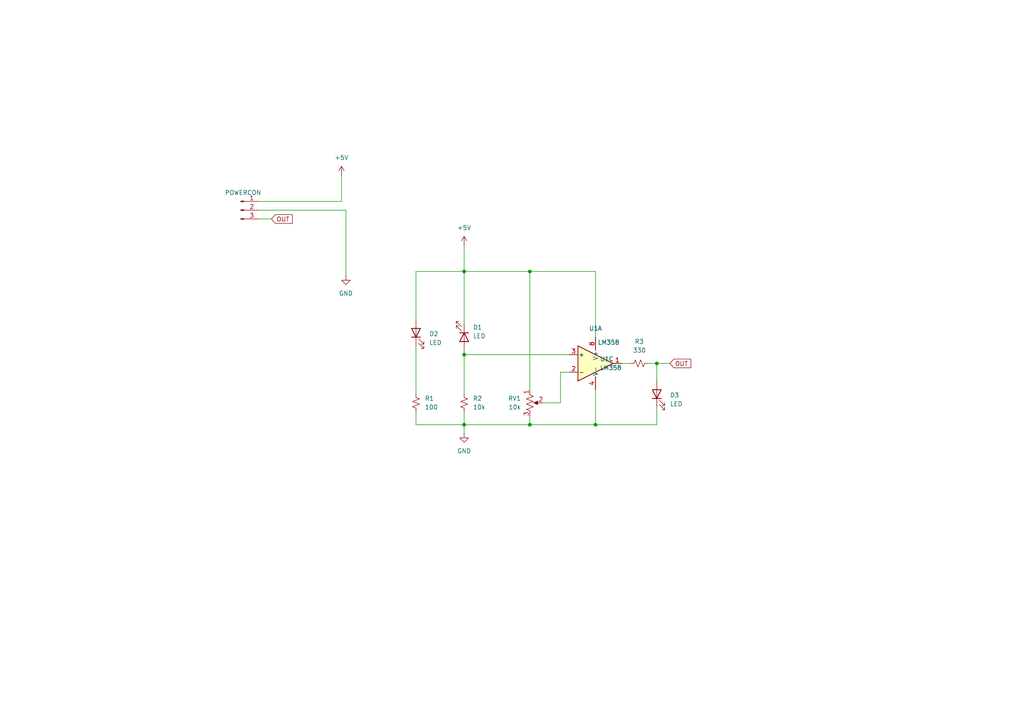
<source format=kicad_sch>
(kicad_sch
	(version 20231120)
	(generator "eeschema")
	(generator_version "8.0")
	(uuid "7a763c6b-8cc5-4455-9dcd-c9f3e9717a97")
	(paper "A4")
	(lib_symbols
		(symbol "Amplifier_Operational:LM358"
			(pin_names
				(offset 0.127)
			)
			(exclude_from_sim no)
			(in_bom yes)
			(on_board yes)
			(property "Reference" "U"
				(at 0 5.08 0)
				(effects
					(font
						(size 1.27 1.27)
					)
					(justify left)
				)
			)
			(property "Value" "LM358"
				(at 0 -5.08 0)
				(effects
					(font
						(size 1.27 1.27)
					)
					(justify left)
				)
			)
			(property "Footprint" ""
				(at 0 0 0)
				(effects
					(font
						(size 1.27 1.27)
					)
					(hide yes)
				)
			)
			(property "Datasheet" "http://www.ti.com/lit/ds/symlink/lm2904-n.pdf"
				(at 0 0 0)
				(effects
					(font
						(size 1.27 1.27)
					)
					(hide yes)
				)
			)
			(property "Description" "Low-Power, Dual Operational Amplifiers, DIP-8/SOIC-8/TO-99-8"
				(at 0 0 0)
				(effects
					(font
						(size 1.27 1.27)
					)
					(hide yes)
				)
			)
			(property "ki_locked" ""
				(at 0 0 0)
				(effects
					(font
						(size 1.27 1.27)
					)
				)
			)
			(property "ki_keywords" "dual opamp"
				(at 0 0 0)
				(effects
					(font
						(size 1.27 1.27)
					)
					(hide yes)
				)
			)
			(property "ki_fp_filters" "SOIC*3.9x4.9mm*P1.27mm* DIP*W7.62mm* TO*99* OnSemi*Micro8* TSSOP*3x3mm*P0.65mm* TSSOP*4.4x3mm*P0.65mm* MSOP*3x3mm*P0.65mm* SSOP*3.9x4.9mm*P0.635mm* LFCSP*2x2mm*P0.5mm* *SIP* SOIC*5.3x6.2mm*P1.27mm*"
				(at 0 0 0)
				(effects
					(font
						(size 1.27 1.27)
					)
					(hide yes)
				)
			)
			(symbol "LM358_1_1"
				(polyline
					(pts
						(xy -5.08 5.08) (xy 5.08 0) (xy -5.08 -5.08) (xy -5.08 5.08)
					)
					(stroke
						(width 0.254)
						(type default)
					)
					(fill
						(type background)
					)
				)
				(pin output line
					(at 7.62 0 180)
					(length 2.54)
					(name "~"
						(effects
							(font
								(size 1.27 1.27)
							)
						)
					)
					(number "1"
						(effects
							(font
								(size 1.27 1.27)
							)
						)
					)
				)
				(pin input line
					(at -7.62 -2.54 0)
					(length 2.54)
					(name "-"
						(effects
							(font
								(size 1.27 1.27)
							)
						)
					)
					(number "2"
						(effects
							(font
								(size 1.27 1.27)
							)
						)
					)
				)
				(pin input line
					(at -7.62 2.54 0)
					(length 2.54)
					(name "+"
						(effects
							(font
								(size 1.27 1.27)
							)
						)
					)
					(number "3"
						(effects
							(font
								(size 1.27 1.27)
							)
						)
					)
				)
			)
			(symbol "LM358_2_1"
				(polyline
					(pts
						(xy -5.08 5.08) (xy 5.08 0) (xy -5.08 -5.08) (xy -5.08 5.08)
					)
					(stroke
						(width 0.254)
						(type default)
					)
					(fill
						(type background)
					)
				)
				(pin input line
					(at -7.62 2.54 0)
					(length 2.54)
					(name "+"
						(effects
							(font
								(size 1.27 1.27)
							)
						)
					)
					(number "5"
						(effects
							(font
								(size 1.27 1.27)
							)
						)
					)
				)
				(pin input line
					(at -7.62 -2.54 0)
					(length 2.54)
					(name "-"
						(effects
							(font
								(size 1.27 1.27)
							)
						)
					)
					(number "6"
						(effects
							(font
								(size 1.27 1.27)
							)
						)
					)
				)
				(pin output line
					(at 7.62 0 180)
					(length 2.54)
					(name "~"
						(effects
							(font
								(size 1.27 1.27)
							)
						)
					)
					(number "7"
						(effects
							(font
								(size 1.27 1.27)
							)
						)
					)
				)
			)
			(symbol "LM358_3_1"
				(pin power_in line
					(at -2.54 -7.62 90)
					(length 3.81)
					(name "V-"
						(effects
							(font
								(size 1.27 1.27)
							)
						)
					)
					(number "4"
						(effects
							(font
								(size 1.27 1.27)
							)
						)
					)
				)
				(pin power_in line
					(at -2.54 7.62 270)
					(length 3.81)
					(name "V+"
						(effects
							(font
								(size 1.27 1.27)
							)
						)
					)
					(number "8"
						(effects
							(font
								(size 1.27 1.27)
							)
						)
					)
				)
			)
		)
		(symbol "Connector:Conn_01x03_Pin"
			(pin_names
				(offset 1.016) hide)
			(exclude_from_sim no)
			(in_bom yes)
			(on_board yes)
			(property "Reference" "J"
				(at 0 5.08 0)
				(effects
					(font
						(size 1.27 1.27)
					)
				)
			)
			(property "Value" "Conn_01x03_Pin"
				(at 0 -5.08 0)
				(effects
					(font
						(size 1.27 1.27)
					)
				)
			)
			(property "Footprint" ""
				(at 0 0 0)
				(effects
					(font
						(size 1.27 1.27)
					)
					(hide yes)
				)
			)
			(property "Datasheet" "~"
				(at 0 0 0)
				(effects
					(font
						(size 1.27 1.27)
					)
					(hide yes)
				)
			)
			(property "Description" "Generic connector, single row, 01x03, script generated"
				(at 0 0 0)
				(effects
					(font
						(size 1.27 1.27)
					)
					(hide yes)
				)
			)
			(property "ki_locked" ""
				(at 0 0 0)
				(effects
					(font
						(size 1.27 1.27)
					)
				)
			)
			(property "ki_keywords" "connector"
				(at 0 0 0)
				(effects
					(font
						(size 1.27 1.27)
					)
					(hide yes)
				)
			)
			(property "ki_fp_filters" "Connector*:*_1x??_*"
				(at 0 0 0)
				(effects
					(font
						(size 1.27 1.27)
					)
					(hide yes)
				)
			)
			(symbol "Conn_01x03_Pin_1_1"
				(polyline
					(pts
						(xy 1.27 -2.54) (xy 0.8636 -2.54)
					)
					(stroke
						(width 0.1524)
						(type default)
					)
					(fill
						(type none)
					)
				)
				(polyline
					(pts
						(xy 1.27 0) (xy 0.8636 0)
					)
					(stroke
						(width 0.1524)
						(type default)
					)
					(fill
						(type none)
					)
				)
				(polyline
					(pts
						(xy 1.27 2.54) (xy 0.8636 2.54)
					)
					(stroke
						(width 0.1524)
						(type default)
					)
					(fill
						(type none)
					)
				)
				(rectangle
					(start 0.8636 -2.413)
					(end 0 -2.667)
					(stroke
						(width 0.1524)
						(type default)
					)
					(fill
						(type outline)
					)
				)
				(rectangle
					(start 0.8636 0.127)
					(end 0 -0.127)
					(stroke
						(width 0.1524)
						(type default)
					)
					(fill
						(type outline)
					)
				)
				(rectangle
					(start 0.8636 2.667)
					(end 0 2.413)
					(stroke
						(width 0.1524)
						(type default)
					)
					(fill
						(type outline)
					)
				)
				(pin passive line
					(at 5.08 2.54 180)
					(length 3.81)
					(name "Pin_1"
						(effects
							(font
								(size 1.27 1.27)
							)
						)
					)
					(number "1"
						(effects
							(font
								(size 1.27 1.27)
							)
						)
					)
				)
				(pin passive line
					(at 5.08 0 180)
					(length 3.81)
					(name "Pin_2"
						(effects
							(font
								(size 1.27 1.27)
							)
						)
					)
					(number "2"
						(effects
							(font
								(size 1.27 1.27)
							)
						)
					)
				)
				(pin passive line
					(at 5.08 -2.54 180)
					(length 3.81)
					(name "Pin_3"
						(effects
							(font
								(size 1.27 1.27)
							)
						)
					)
					(number "3"
						(effects
							(font
								(size 1.27 1.27)
							)
						)
					)
				)
			)
		)
		(symbol "Device:LED"
			(pin_numbers hide)
			(pin_names
				(offset 1.016) hide)
			(exclude_from_sim no)
			(in_bom yes)
			(on_board yes)
			(property "Reference" "D"
				(at 0 2.54 0)
				(effects
					(font
						(size 1.27 1.27)
					)
				)
			)
			(property "Value" "LED"
				(at 0 -2.54 0)
				(effects
					(font
						(size 1.27 1.27)
					)
				)
			)
			(property "Footprint" ""
				(at 0 0 0)
				(effects
					(font
						(size 1.27 1.27)
					)
					(hide yes)
				)
			)
			(property "Datasheet" "~"
				(at 0 0 0)
				(effects
					(font
						(size 1.27 1.27)
					)
					(hide yes)
				)
			)
			(property "Description" "Light emitting diode"
				(at 0 0 0)
				(effects
					(font
						(size 1.27 1.27)
					)
					(hide yes)
				)
			)
			(property "ki_keywords" "LED diode"
				(at 0 0 0)
				(effects
					(font
						(size 1.27 1.27)
					)
					(hide yes)
				)
			)
			(property "ki_fp_filters" "LED* LED_SMD:* LED_THT:*"
				(at 0 0 0)
				(effects
					(font
						(size 1.27 1.27)
					)
					(hide yes)
				)
			)
			(symbol "LED_0_1"
				(polyline
					(pts
						(xy -1.27 -1.27) (xy -1.27 1.27)
					)
					(stroke
						(width 0.254)
						(type default)
					)
					(fill
						(type none)
					)
				)
				(polyline
					(pts
						(xy -1.27 0) (xy 1.27 0)
					)
					(stroke
						(width 0)
						(type default)
					)
					(fill
						(type none)
					)
				)
				(polyline
					(pts
						(xy 1.27 -1.27) (xy 1.27 1.27) (xy -1.27 0) (xy 1.27 -1.27)
					)
					(stroke
						(width 0.254)
						(type default)
					)
					(fill
						(type none)
					)
				)
				(polyline
					(pts
						(xy -3.048 -0.762) (xy -4.572 -2.286) (xy -3.81 -2.286) (xy -4.572 -2.286) (xy -4.572 -1.524)
					)
					(stroke
						(width 0)
						(type default)
					)
					(fill
						(type none)
					)
				)
				(polyline
					(pts
						(xy -1.778 -0.762) (xy -3.302 -2.286) (xy -2.54 -2.286) (xy -3.302 -2.286) (xy -3.302 -1.524)
					)
					(stroke
						(width 0)
						(type default)
					)
					(fill
						(type none)
					)
				)
			)
			(symbol "LED_1_1"
				(pin passive line
					(at -3.81 0 0)
					(length 2.54)
					(name "K"
						(effects
							(font
								(size 1.27 1.27)
							)
						)
					)
					(number "1"
						(effects
							(font
								(size 1.27 1.27)
							)
						)
					)
				)
				(pin passive line
					(at 3.81 0 180)
					(length 2.54)
					(name "A"
						(effects
							(font
								(size 1.27 1.27)
							)
						)
					)
					(number "2"
						(effects
							(font
								(size 1.27 1.27)
							)
						)
					)
				)
			)
		)
		(symbol "Device:R_Potentiometer_US"
			(pin_names
				(offset 1.016) hide)
			(exclude_from_sim no)
			(in_bom yes)
			(on_board yes)
			(property "Reference" "RV"
				(at -4.445 0 90)
				(effects
					(font
						(size 1.27 1.27)
					)
				)
			)
			(property "Value" "R_Potentiometer_US"
				(at -2.54 0 90)
				(effects
					(font
						(size 1.27 1.27)
					)
				)
			)
			(property "Footprint" ""
				(at 0 0 0)
				(effects
					(font
						(size 1.27 1.27)
					)
					(hide yes)
				)
			)
			(property "Datasheet" "~"
				(at 0 0 0)
				(effects
					(font
						(size 1.27 1.27)
					)
					(hide yes)
				)
			)
			(property "Description" "Potentiometer, US symbol"
				(at 0 0 0)
				(effects
					(font
						(size 1.27 1.27)
					)
					(hide yes)
				)
			)
			(property "ki_keywords" "resistor variable"
				(at 0 0 0)
				(effects
					(font
						(size 1.27 1.27)
					)
					(hide yes)
				)
			)
			(property "ki_fp_filters" "Potentiometer*"
				(at 0 0 0)
				(effects
					(font
						(size 1.27 1.27)
					)
					(hide yes)
				)
			)
			(symbol "R_Potentiometer_US_0_1"
				(polyline
					(pts
						(xy 0 -2.286) (xy 0 -2.54)
					)
					(stroke
						(width 0)
						(type default)
					)
					(fill
						(type none)
					)
				)
				(polyline
					(pts
						(xy 0 2.54) (xy 0 2.286)
					)
					(stroke
						(width 0)
						(type default)
					)
					(fill
						(type none)
					)
				)
				(polyline
					(pts
						(xy 2.54 0) (xy 1.524 0)
					)
					(stroke
						(width 0)
						(type default)
					)
					(fill
						(type none)
					)
				)
				(polyline
					(pts
						(xy 1.143 0) (xy 2.286 0.508) (xy 2.286 -0.508) (xy 1.143 0)
					)
					(stroke
						(width 0)
						(type default)
					)
					(fill
						(type outline)
					)
				)
				(polyline
					(pts
						(xy 0 -0.762) (xy 1.016 -1.143) (xy 0 -1.524) (xy -1.016 -1.905) (xy 0 -2.286)
					)
					(stroke
						(width 0)
						(type default)
					)
					(fill
						(type none)
					)
				)
				(polyline
					(pts
						(xy 0 0.762) (xy 1.016 0.381) (xy 0 0) (xy -1.016 -0.381) (xy 0 -0.762)
					)
					(stroke
						(width 0)
						(type default)
					)
					(fill
						(type none)
					)
				)
				(polyline
					(pts
						(xy 0 2.286) (xy 1.016 1.905) (xy 0 1.524) (xy -1.016 1.143) (xy 0 0.762)
					)
					(stroke
						(width 0)
						(type default)
					)
					(fill
						(type none)
					)
				)
			)
			(symbol "R_Potentiometer_US_1_1"
				(pin passive line
					(at 0 3.81 270)
					(length 1.27)
					(name "1"
						(effects
							(font
								(size 1.27 1.27)
							)
						)
					)
					(number "1"
						(effects
							(font
								(size 1.27 1.27)
							)
						)
					)
				)
				(pin passive line
					(at 3.81 0 180)
					(length 1.27)
					(name "2"
						(effects
							(font
								(size 1.27 1.27)
							)
						)
					)
					(number "2"
						(effects
							(font
								(size 1.27 1.27)
							)
						)
					)
				)
				(pin passive line
					(at 0 -3.81 90)
					(length 1.27)
					(name "3"
						(effects
							(font
								(size 1.27 1.27)
							)
						)
					)
					(number "3"
						(effects
							(font
								(size 1.27 1.27)
							)
						)
					)
				)
			)
		)
		(symbol "Device:R_Small_US"
			(pin_numbers hide)
			(pin_names
				(offset 0.254) hide)
			(exclude_from_sim no)
			(in_bom yes)
			(on_board yes)
			(property "Reference" "R"
				(at 0.762 0.508 0)
				(effects
					(font
						(size 1.27 1.27)
					)
					(justify left)
				)
			)
			(property "Value" "R_Small_US"
				(at 0.762 -1.016 0)
				(effects
					(font
						(size 1.27 1.27)
					)
					(justify left)
				)
			)
			(property "Footprint" ""
				(at 0 0 0)
				(effects
					(font
						(size 1.27 1.27)
					)
					(hide yes)
				)
			)
			(property "Datasheet" "~"
				(at 0 0 0)
				(effects
					(font
						(size 1.27 1.27)
					)
					(hide yes)
				)
			)
			(property "Description" "Resistor, small US symbol"
				(at 0 0 0)
				(effects
					(font
						(size 1.27 1.27)
					)
					(hide yes)
				)
			)
			(property "ki_keywords" "r resistor"
				(at 0 0 0)
				(effects
					(font
						(size 1.27 1.27)
					)
					(hide yes)
				)
			)
			(property "ki_fp_filters" "R_*"
				(at 0 0 0)
				(effects
					(font
						(size 1.27 1.27)
					)
					(hide yes)
				)
			)
			(symbol "R_Small_US_1_1"
				(polyline
					(pts
						(xy 0 0) (xy 1.016 -0.381) (xy 0 -0.762) (xy -1.016 -1.143) (xy 0 -1.524)
					)
					(stroke
						(width 0)
						(type default)
					)
					(fill
						(type none)
					)
				)
				(polyline
					(pts
						(xy 0 1.524) (xy 1.016 1.143) (xy 0 0.762) (xy -1.016 0.381) (xy 0 0)
					)
					(stroke
						(width 0)
						(type default)
					)
					(fill
						(type none)
					)
				)
				(pin passive line
					(at 0 2.54 270)
					(length 1.016)
					(name "~"
						(effects
							(font
								(size 1.27 1.27)
							)
						)
					)
					(number "1"
						(effects
							(font
								(size 1.27 1.27)
							)
						)
					)
				)
				(pin passive line
					(at 0 -2.54 90)
					(length 1.016)
					(name "~"
						(effects
							(font
								(size 1.27 1.27)
							)
						)
					)
					(number "2"
						(effects
							(font
								(size 1.27 1.27)
							)
						)
					)
				)
			)
		)
		(symbol "power:+5V"
			(power)
			(pin_numbers hide)
			(pin_names
				(offset 0) hide)
			(exclude_from_sim no)
			(in_bom yes)
			(on_board yes)
			(property "Reference" "#PWR"
				(at 0 -3.81 0)
				(effects
					(font
						(size 1.27 1.27)
					)
					(hide yes)
				)
			)
			(property "Value" "+5V"
				(at 0 3.556 0)
				(effects
					(font
						(size 1.27 1.27)
					)
				)
			)
			(property "Footprint" ""
				(at 0 0 0)
				(effects
					(font
						(size 1.27 1.27)
					)
					(hide yes)
				)
			)
			(property "Datasheet" ""
				(at 0 0 0)
				(effects
					(font
						(size 1.27 1.27)
					)
					(hide yes)
				)
			)
			(property "Description" "Power symbol creates a global label with name \"+5V\""
				(at 0 0 0)
				(effects
					(font
						(size 1.27 1.27)
					)
					(hide yes)
				)
			)
			(property "ki_keywords" "global power"
				(at 0 0 0)
				(effects
					(font
						(size 1.27 1.27)
					)
					(hide yes)
				)
			)
			(symbol "+5V_0_1"
				(polyline
					(pts
						(xy -0.762 1.27) (xy 0 2.54)
					)
					(stroke
						(width 0)
						(type default)
					)
					(fill
						(type none)
					)
				)
				(polyline
					(pts
						(xy 0 0) (xy 0 2.54)
					)
					(stroke
						(width 0)
						(type default)
					)
					(fill
						(type none)
					)
				)
				(polyline
					(pts
						(xy 0 2.54) (xy 0.762 1.27)
					)
					(stroke
						(width 0)
						(type default)
					)
					(fill
						(type none)
					)
				)
			)
			(symbol "+5V_1_1"
				(pin power_in line
					(at 0 0 90)
					(length 0)
					(name "~"
						(effects
							(font
								(size 1.27 1.27)
							)
						)
					)
					(number "1"
						(effects
							(font
								(size 1.27 1.27)
							)
						)
					)
				)
			)
		)
		(symbol "power:GND"
			(power)
			(pin_numbers hide)
			(pin_names
				(offset 0) hide)
			(exclude_from_sim no)
			(in_bom yes)
			(on_board yes)
			(property "Reference" "#PWR"
				(at 0 -6.35 0)
				(effects
					(font
						(size 1.27 1.27)
					)
					(hide yes)
				)
			)
			(property "Value" "GND"
				(at 0 -3.81 0)
				(effects
					(font
						(size 1.27 1.27)
					)
				)
			)
			(property "Footprint" ""
				(at 0 0 0)
				(effects
					(font
						(size 1.27 1.27)
					)
					(hide yes)
				)
			)
			(property "Datasheet" ""
				(at 0 0 0)
				(effects
					(font
						(size 1.27 1.27)
					)
					(hide yes)
				)
			)
			(property "Description" "Power symbol creates a global label with name \"GND\" , ground"
				(at 0 0 0)
				(effects
					(font
						(size 1.27 1.27)
					)
					(hide yes)
				)
			)
			(property "ki_keywords" "global power"
				(at 0 0 0)
				(effects
					(font
						(size 1.27 1.27)
					)
					(hide yes)
				)
			)
			(symbol "GND_0_1"
				(polyline
					(pts
						(xy 0 0) (xy 0 -1.27) (xy 1.27 -1.27) (xy 0 -2.54) (xy -1.27 -1.27) (xy 0 -1.27)
					)
					(stroke
						(width 0)
						(type default)
					)
					(fill
						(type none)
					)
				)
			)
			(symbol "GND_1_1"
				(pin power_in line
					(at 0 0 270)
					(length 0)
					(name "~"
						(effects
							(font
								(size 1.27 1.27)
							)
						)
					)
					(number "1"
						(effects
							(font
								(size 1.27 1.27)
							)
						)
					)
				)
			)
		)
	)
	(junction
		(at 190.5 105.41)
		(diameter 0)
		(color 0 0 0 0)
		(uuid "5ea7e5f6-cb8c-4697-98f9-a82759286bb5")
	)
	(junction
		(at 153.67 123.19)
		(diameter 0)
		(color 0 0 0 0)
		(uuid "77336de4-8ede-429f-b404-b826638cfbe3")
	)
	(junction
		(at 172.72 123.19)
		(diameter 0)
		(color 0 0 0 0)
		(uuid "93a11a60-7f36-44cf-a797-2d5ff139b687")
	)
	(junction
		(at 134.62 102.87)
		(diameter 0)
		(color 0 0 0 0)
		(uuid "a896cc4c-1475-44da-8bba-7ccbed9a6b3b")
	)
	(junction
		(at 134.62 78.74)
		(diameter 0)
		(color 0 0 0 0)
		(uuid "aa0b1238-2069-43e4-8397-4cc9e4b7547b")
	)
	(junction
		(at 153.67 78.74)
		(diameter 0)
		(color 0 0 0 0)
		(uuid "be63c556-16cb-4905-8343-af73bb38b8a7")
	)
	(junction
		(at 134.62 123.19)
		(diameter 0)
		(color 0 0 0 0)
		(uuid "f39f2f61-3b56-4619-9731-b27181329e85")
	)
	(wire
		(pts
			(xy 134.62 78.74) (xy 153.67 78.74)
		)
		(stroke
			(width 0)
			(type default)
		)
		(uuid "08cd9fd2-949b-4c35-8964-f92f0a7ea664")
	)
	(wire
		(pts
			(xy 120.65 92.71) (xy 120.65 78.74)
		)
		(stroke
			(width 0)
			(type default)
		)
		(uuid "1eac42bd-d6ff-4fcf-b999-e7975018cdbd")
	)
	(wire
		(pts
			(xy 134.62 102.87) (xy 134.62 114.3)
		)
		(stroke
			(width 0)
			(type default)
		)
		(uuid "23678bb5-0528-4102-9ba1-0ca53c44bc06")
	)
	(wire
		(pts
			(xy 134.62 101.6) (xy 134.62 102.87)
		)
		(stroke
			(width 0)
			(type default)
		)
		(uuid "26ed8ee0-caa9-4168-a117-da9ce6f76776")
	)
	(wire
		(pts
			(xy 153.67 78.74) (xy 172.72 78.74)
		)
		(stroke
			(width 0)
			(type default)
		)
		(uuid "29eab6cf-bb14-4be2-8132-9965fda05352")
	)
	(wire
		(pts
			(xy 172.72 97.79) (xy 172.72 78.74)
		)
		(stroke
			(width 0)
			(type default)
		)
		(uuid "2f80a907-e6c5-4128-aee0-2c34bc64e533")
	)
	(wire
		(pts
			(xy 162.56 107.95) (xy 165.1 107.95)
		)
		(stroke
			(width 0)
			(type default)
		)
		(uuid "36c8e3d9-82b1-4d69-8bf2-1a74c75b1457")
	)
	(wire
		(pts
			(xy 120.65 123.19) (xy 134.62 123.19)
		)
		(stroke
			(width 0)
			(type default)
		)
		(uuid "4447f88c-1609-47e3-8b30-4d56822f4720")
	)
	(wire
		(pts
			(xy 74.93 63.5) (xy 78.74 63.5)
		)
		(stroke
			(width 0)
			(type default)
		)
		(uuid "44d7e647-35fb-430d-86c9-c536510d92d1")
	)
	(wire
		(pts
			(xy 172.72 123.19) (xy 153.67 123.19)
		)
		(stroke
			(width 0)
			(type default)
		)
		(uuid "4d4bd5d9-c39f-416a-9081-3e11745230f5")
	)
	(wire
		(pts
			(xy 190.5 105.41) (xy 194.31 105.41)
		)
		(stroke
			(width 0)
			(type default)
		)
		(uuid "5154171b-e292-4920-9d39-38b37e0f034e")
	)
	(wire
		(pts
			(xy 134.62 102.87) (xy 165.1 102.87)
		)
		(stroke
			(width 0)
			(type default)
		)
		(uuid "5251339c-e67e-44b9-8122-46066b906f15")
	)
	(wire
		(pts
			(xy 182.88 105.41) (xy 180.34 105.41)
		)
		(stroke
			(width 0)
			(type default)
		)
		(uuid "53382dd9-e272-4499-b91d-53f3731c159a")
	)
	(wire
		(pts
			(xy 134.62 119.38) (xy 134.62 123.19)
		)
		(stroke
			(width 0)
			(type default)
		)
		(uuid "5df56d49-7e5a-458f-a937-4e43a306b924")
	)
	(wire
		(pts
			(xy 190.5 118.11) (xy 190.5 123.19)
		)
		(stroke
			(width 0)
			(type default)
		)
		(uuid "779de142-6679-4a12-a661-8eaca33ff7a3")
	)
	(wire
		(pts
			(xy 190.5 123.19) (xy 172.72 123.19)
		)
		(stroke
			(width 0)
			(type default)
		)
		(uuid "7b4dd552-c247-40f6-8073-c4effb7029d8")
	)
	(wire
		(pts
			(xy 187.96 105.41) (xy 190.5 105.41)
		)
		(stroke
			(width 0)
			(type default)
		)
		(uuid "7cbe2fe7-02dc-4e30-a453-f969ad6f901e")
	)
	(wire
		(pts
			(xy 134.62 71.12) (xy 134.62 78.74)
		)
		(stroke
			(width 0)
			(type default)
		)
		(uuid "8e8372a4-b419-4874-abb5-3bb68b16d4f9")
	)
	(wire
		(pts
			(xy 134.62 123.19) (xy 134.62 125.73)
		)
		(stroke
			(width 0)
			(type default)
		)
		(uuid "962360f1-764a-4760-b05d-5c29b909260a")
	)
	(wire
		(pts
			(xy 120.65 119.38) (xy 120.65 123.19)
		)
		(stroke
			(width 0)
			(type default)
		)
		(uuid "9b2c0b67-f5f6-4b2b-9c47-56028d2cfae2")
	)
	(wire
		(pts
			(xy 153.67 78.74) (xy 153.67 113.03)
		)
		(stroke
			(width 0)
			(type default)
		)
		(uuid "a1f68c1a-262e-4a0c-934b-b6bee45a64e9")
	)
	(wire
		(pts
			(xy 99.06 50.8) (xy 99.06 58.42)
		)
		(stroke
			(width 0)
			(type default)
		)
		(uuid "bd09ad33-24e6-472c-9f6b-c1568607c2c0")
	)
	(wire
		(pts
			(xy 120.65 78.74) (xy 134.62 78.74)
		)
		(stroke
			(width 0)
			(type default)
		)
		(uuid "c0669fc2-bda2-48f0-8081-ac0dd4ec9273")
	)
	(wire
		(pts
			(xy 100.33 60.96) (xy 100.33 80.01)
		)
		(stroke
			(width 0)
			(type default)
		)
		(uuid "c73d6f27-c1bc-447a-a419-ab847c63c48c")
	)
	(wire
		(pts
			(xy 153.67 123.19) (xy 153.67 120.65)
		)
		(stroke
			(width 0)
			(type default)
		)
		(uuid "cea7b379-da9c-4f43-99d2-606566082fa2")
	)
	(wire
		(pts
			(xy 134.62 123.19) (xy 153.67 123.19)
		)
		(stroke
			(width 0)
			(type default)
		)
		(uuid "d37a6906-0f57-4db3-937a-6a169c438e5d")
	)
	(wire
		(pts
			(xy 190.5 110.49) (xy 190.5 105.41)
		)
		(stroke
			(width 0)
			(type default)
		)
		(uuid "db4322fc-e64b-41e5-ae50-18872c484535")
	)
	(wire
		(pts
			(xy 120.65 100.33) (xy 120.65 114.3)
		)
		(stroke
			(width 0)
			(type default)
		)
		(uuid "e9718bf4-17d9-40ee-9721-53c8c7afe09a")
	)
	(wire
		(pts
			(xy 74.93 60.96) (xy 100.33 60.96)
		)
		(stroke
			(width 0)
			(type default)
		)
		(uuid "ec049b9c-21b8-4527-b9e9-9ba673ff406c")
	)
	(wire
		(pts
			(xy 162.56 116.84) (xy 162.56 107.95)
		)
		(stroke
			(width 0)
			(type default)
		)
		(uuid "edab78cf-ef28-4437-829b-50e23090a412")
	)
	(wire
		(pts
			(xy 157.48 116.84) (xy 162.56 116.84)
		)
		(stroke
			(width 0)
			(type default)
		)
		(uuid "f8d323d2-bac7-4721-a528-f9c1007b4d2f")
	)
	(wire
		(pts
			(xy 134.62 78.74) (xy 134.62 93.98)
		)
		(stroke
			(width 0)
			(type default)
		)
		(uuid "fa7f554c-26f7-4d7f-b9ff-16367f1c8f71")
	)
	(wire
		(pts
			(xy 172.72 113.03) (xy 172.72 123.19)
		)
		(stroke
			(width 0)
			(type default)
		)
		(uuid "fc85a903-8bc2-4cfc-81b3-291ac70dc7f5")
	)
	(wire
		(pts
			(xy 99.06 58.42) (xy 74.93 58.42)
		)
		(stroke
			(width 0)
			(type default)
		)
		(uuid "fdeacc30-85ae-4603-8a3a-6a5ce291cae8")
	)
	(global_label "OUT"
		(shape input)
		(at 78.74 63.5 0)
		(fields_autoplaced yes)
		(effects
			(font
				(size 1.27 1.27)
			)
			(justify left)
		)
		(uuid "567c1cd0-1457-45a9-8b70-10b6bbe6598a")
		(property "Intersheetrefs" "${INTERSHEET_REFS}"
			(at 85.3538 63.5 0)
			(effects
				(font
					(size 1.27 1.27)
				)
				(justify left)
				(hide yes)
			)
		)
	)
	(global_label "OUT"
		(shape input)
		(at 194.31 105.41 0)
		(fields_autoplaced yes)
		(effects
			(font
				(size 1.27 1.27)
			)
			(justify left)
		)
		(uuid "f4f6bae4-779c-445b-9976-953b04b05e2f")
		(property "Intersheetrefs" "${INTERSHEET_REFS}"
			(at 200.9238 105.41 0)
			(effects
				(font
					(size 1.27 1.27)
				)
				(justify left)
				(hide yes)
			)
		)
	)
	(symbol
		(lib_id "Connector:Conn_01x03_Pin")
		(at 69.85 60.96 0)
		(unit 1)
		(exclude_from_sim no)
		(in_bom yes)
		(on_board yes)
		(dnp no)
		(fields_autoplaced yes)
		(uuid "05e655b9-520a-4ee9-aac3-95aa9a038872")
		(property "Reference" "J1"
			(at 70.485 53.34 0)
			(effects
				(font
					(size 1.27 1.27)
				)
				(hide yes)
			)
		)
		(property "Value" "POWERCON"
			(at 70.485 55.88 0)
			(effects
				(font
					(size 1.27 1.27)
				)
			)
		)
		(property "Footprint" "Connector_PinHeader_2.54mm:PinHeader_1x03_P2.54mm_Horizontal"
			(at 69.85 60.96 0)
			(effects
				(font
					(size 1.27 1.27)
				)
				(hide yes)
			)
		)
		(property "Datasheet" "~"
			(at 69.85 60.96 0)
			(effects
				(font
					(size 1.27 1.27)
				)
				(hide yes)
			)
		)
		(property "Description" "Generic connector, single row, 01x03, script generated"
			(at 69.85 60.96 0)
			(effects
				(font
					(size 1.27 1.27)
				)
				(hide yes)
			)
		)
		(pin "1"
			(uuid "54642e3c-a38d-4e24-a425-a2cc00caa20f")
		)
		(pin "3"
			(uuid "ff934f06-0999-4b52-b9b5-28fe6379bdd7")
		)
		(pin "2"
			(uuid "b60c37e4-2b20-4197-95e2-a020829126c9")
		)
		(instances
			(project ""
				(path "/7a763c6b-8cc5-4455-9dcd-c9f3e9717a97"
					(reference "J1")
					(unit 1)
				)
			)
		)
	)
	(symbol
		(lib_id "Device:LED")
		(at 134.62 97.79 270)
		(unit 1)
		(exclude_from_sim no)
		(in_bom yes)
		(on_board yes)
		(dnp no)
		(fields_autoplaced yes)
		(uuid "1d20d697-2e2a-42fd-bbdf-021612681bc7")
		(property "Reference" "D1"
			(at 137.16 94.9324 90)
			(effects
				(font
					(size 1.27 1.27)
				)
				(justify left)
			)
		)
		(property "Value" "LED"
			(at 137.16 97.4724 90)
			(effects
				(font
					(size 1.27 1.27)
				)
				(justify left)
			)
		)
		(property "Footprint" "LED_THT:LED_D3.0mm_Horizontal_O3.81mm_Z2.0mm"
			(at 134.62 97.79 0)
			(effects
				(font
					(size 1.27 1.27)
				)
				(hide yes)
			)
		)
		(property "Datasheet" "~"
			(at 134.62 97.79 0)
			(effects
				(font
					(size 1.27 1.27)
				)
				(hide yes)
			)
		)
		(property "Description" "Light emitting diode"
			(at 134.62 97.79 0)
			(effects
				(font
					(size 1.27 1.27)
				)
				(hide yes)
			)
		)
		(pin "1"
			(uuid "cbafca88-2ad4-47c2-8b86-4416949212b3")
		)
		(pin "2"
			(uuid "54d4e8e7-95bb-4a9b-a187-9cd0874b80b3")
		)
		(instances
			(project ""
				(path "/7a763c6b-8cc5-4455-9dcd-c9f3e9717a97"
					(reference "D1")
					(unit 1)
				)
			)
		)
	)
	(symbol
		(lib_id "power:+5V")
		(at 99.06 50.8 0)
		(unit 1)
		(exclude_from_sim no)
		(in_bom yes)
		(on_board yes)
		(dnp no)
		(fields_autoplaced yes)
		(uuid "207bbca4-3cde-48e1-964f-11b763c96626")
		(property "Reference" "#PWR01"
			(at 99.06 54.61 0)
			(effects
				(font
					(size 1.27 1.27)
				)
				(hide yes)
			)
		)
		(property "Value" "+5V"
			(at 99.06 45.72 0)
			(effects
				(font
					(size 1.27 1.27)
				)
			)
		)
		(property "Footprint" ""
			(at 99.06 50.8 0)
			(effects
				(font
					(size 1.27 1.27)
				)
				(hide yes)
			)
		)
		(property "Datasheet" ""
			(at 99.06 50.8 0)
			(effects
				(font
					(size 1.27 1.27)
				)
				(hide yes)
			)
		)
		(property "Description" "Power symbol creates a global label with name \"+5V\""
			(at 99.06 50.8 0)
			(effects
				(font
					(size 1.27 1.27)
				)
				(hide yes)
			)
		)
		(pin "1"
			(uuid "62a0a662-fa59-4813-958a-e6119c7d1137")
		)
		(instances
			(project ""
				(path "/7a763c6b-8cc5-4455-9dcd-c9f3e9717a97"
					(reference "#PWR01")
					(unit 1)
				)
			)
		)
	)
	(symbol
		(lib_id "power:+5V")
		(at 134.62 71.12 0)
		(unit 1)
		(exclude_from_sim no)
		(in_bom yes)
		(on_board yes)
		(dnp no)
		(fields_autoplaced yes)
		(uuid "30e8b7b9-7d0b-4918-9a9e-11e446ffcc84")
		(property "Reference" "#PWR04"
			(at 134.62 74.93 0)
			(effects
				(font
					(size 1.27 1.27)
				)
				(hide yes)
			)
		)
		(property "Value" "+5V"
			(at 134.62 66.04 0)
			(effects
				(font
					(size 1.27 1.27)
				)
			)
		)
		(property "Footprint" ""
			(at 134.62 71.12 0)
			(effects
				(font
					(size 1.27 1.27)
				)
				(hide yes)
			)
		)
		(property "Datasheet" ""
			(at 134.62 71.12 0)
			(effects
				(font
					(size 1.27 1.27)
				)
				(hide yes)
			)
		)
		(property "Description" "Power symbol creates a global label with name \"+5V\""
			(at 134.62 71.12 0)
			(effects
				(font
					(size 1.27 1.27)
				)
				(hide yes)
			)
		)
		(pin "1"
			(uuid "c5021d6e-9512-4129-b8f7-ecc7173fe31f")
		)
		(instances
			(project "IR_MODULE"
				(path "/7a763c6b-8cc5-4455-9dcd-c9f3e9717a97"
					(reference "#PWR04")
					(unit 1)
				)
			)
		)
	)
	(symbol
		(lib_id "Amplifier_Operational:LM358")
		(at 175.26 105.41 0)
		(unit 3)
		(exclude_from_sim no)
		(in_bom yes)
		(on_board yes)
		(dnp no)
		(fields_autoplaced yes)
		(uuid "3b30ce92-c73f-49a1-9bef-1c662ef1b904")
		(property "Reference" "U1"
			(at 173.99 104.1399 0)
			(effects
				(font
					(size 1.27 1.27)
				)
				(justify left)
			)
		)
		(property "Value" "LM358"
			(at 173.99 106.6799 0)
			(effects
				(font
					(size 1.27 1.27)
				)
				(justify left)
			)
		)
		(property "Footprint" "Package_DIP:DIP-8_W7.62mm_SMDSocket_SmallPads"
			(at 175.26 105.41 0)
			(effects
				(font
					(size 1.27 1.27)
				)
				(hide yes)
			)
		)
		(property "Datasheet" "http://www.ti.com/lit/ds/symlink/lm2904-n.pdf"
			(at 175.26 105.41 0)
			(effects
				(font
					(size 1.27 1.27)
				)
				(hide yes)
			)
		)
		(property "Description" "Low-Power, Dual Operational Amplifiers, DIP-8/SOIC-8/TO-99-8"
			(at 175.26 105.41 0)
			(effects
				(font
					(size 1.27 1.27)
				)
				(hide yes)
			)
		)
		(pin "5"
			(uuid "1e4215dc-956c-4e7f-a683-cb3e4cb15f34")
		)
		(pin "1"
			(uuid "0e872626-fd26-4c42-a738-7f912a38caa0")
		)
		(pin "4"
			(uuid "9b695a90-87fd-4a53-92a1-7c8aae05a472")
		)
		(pin "6"
			(uuid "3614b0b3-0a2d-4b5d-8d36-b6e1cb999d27")
		)
		(pin "3"
			(uuid "15a19864-69da-498b-a35f-a2d6e656f8a2")
		)
		(pin "8"
			(uuid "7e71f082-e472-4477-8f9e-92adcad28f8e")
		)
		(pin "7"
			(uuid "8fc5ba12-beac-4cab-b999-4b7cfa58c3a8")
		)
		(pin "2"
			(uuid "05897df3-8548-4b5d-8969-ae5a839b4f9c")
		)
		(instances
			(project ""
				(path "/7a763c6b-8cc5-4455-9dcd-c9f3e9717a97"
					(reference "U1")
					(unit 3)
				)
			)
		)
	)
	(symbol
		(lib_id "Amplifier_Operational:LM358")
		(at 172.72 105.41 0)
		(unit 1)
		(exclude_from_sim no)
		(in_bom yes)
		(on_board yes)
		(dnp no)
		(uuid "3d1c9671-c06c-48ab-971a-f3428afea0cd")
		(property "Reference" "U1"
			(at 172.72 95.25 0)
			(effects
				(font
					(size 1.27 1.27)
				)
			)
		)
		(property "Value" "LM358"
			(at 176.53 99.314 0)
			(effects
				(font
					(size 1.27 1.27)
				)
			)
		)
		(property "Footprint" "Package_DIP:DIP-8_W7.62mm_SMDSocket_SmallPads"
			(at 172.72 105.41 0)
			(effects
				(font
					(size 1.27 1.27)
				)
				(hide yes)
			)
		)
		(property "Datasheet" "http://www.ti.com/lit/ds/symlink/lm2904-n.pdf"
			(at 172.72 105.41 0)
			(effects
				(font
					(size 1.27 1.27)
				)
				(hide yes)
			)
		)
		(property "Description" "Low-Power, Dual Operational Amplifiers, DIP-8/SOIC-8/TO-99-8"
			(at 172.72 105.41 0)
			(effects
				(font
					(size 1.27 1.27)
				)
				(hide yes)
			)
		)
		(pin "6"
			(uuid "e0e2bd5f-effc-4f21-ae1d-10cb5c19f8ed")
		)
		(pin "3"
			(uuid "c9c4cfaa-3916-4774-a60d-3a02352dbfa3")
		)
		(pin "8"
			(uuid "2e0781e3-2e18-4d45-93ad-f50560607217")
		)
		(pin "2"
			(uuid "76bb3cac-a23f-4c47-900d-c24986330f66")
		)
		(pin "5"
			(uuid "ac0fd6bd-c5e0-42e0-be9e-25919e4a57e9")
		)
		(pin "4"
			(uuid "9251b738-08ed-4c5a-a0f7-b7ad81a7783e")
		)
		(pin "1"
			(uuid "7f9b4a30-7c98-4091-9cc2-2c7a346b4904")
		)
		(pin "7"
			(uuid "c389704c-f738-410c-bdd9-70cc64c1d80f")
		)
		(instances
			(project ""
				(path "/7a763c6b-8cc5-4455-9dcd-c9f3e9717a97"
					(reference "U1")
					(unit 1)
				)
			)
		)
	)
	(symbol
		(lib_id "Device:LED")
		(at 190.5 114.3 90)
		(unit 1)
		(exclude_from_sim no)
		(in_bom yes)
		(on_board yes)
		(dnp no)
		(fields_autoplaced yes)
		(uuid "475baf01-128f-4795-8978-aaae3f7cdfe6")
		(property "Reference" "D3"
			(at 194.31 114.6174 90)
			(effects
				(font
					(size 1.27 1.27)
				)
				(justify right)
			)
		)
		(property "Value" "LED"
			(at 194.31 117.1574 90)
			(effects
				(font
					(size 1.27 1.27)
				)
				(justify right)
			)
		)
		(property "Footprint" "LED_SMD:LED_1206_3216Metric"
			(at 190.5 114.3 0)
			(effects
				(font
					(size 1.27 1.27)
				)
				(hide yes)
			)
		)
		(property "Datasheet" "~"
			(at 190.5 114.3 0)
			(effects
				(font
					(size 1.27 1.27)
				)
				(hide yes)
			)
		)
		(property "Description" "Light emitting diode"
			(at 190.5 114.3 0)
			(effects
				(font
					(size 1.27 1.27)
				)
				(hide yes)
			)
		)
		(pin "1"
			(uuid "a5e4f9ed-a65c-4ec2-a3b2-6bd86990305f")
		)
		(pin "2"
			(uuid "073cb8d1-9f6c-4835-99b2-79a5784d14c0")
		)
		(instances
			(project "IR_MODULE"
				(path "/7a763c6b-8cc5-4455-9dcd-c9f3e9717a97"
					(reference "D3")
					(unit 1)
				)
			)
		)
	)
	(symbol
		(lib_id "power:GND")
		(at 134.62 125.73 0)
		(unit 1)
		(exclude_from_sim no)
		(in_bom yes)
		(on_board yes)
		(dnp no)
		(fields_autoplaced yes)
		(uuid "4a4056bf-0d90-4327-a446-a8c633e69bef")
		(property "Reference" "#PWR03"
			(at 134.62 132.08 0)
			(effects
				(font
					(size 1.27 1.27)
				)
				(hide yes)
			)
		)
		(property "Value" "GND"
			(at 134.62 130.81 0)
			(effects
				(font
					(size 1.27 1.27)
				)
			)
		)
		(property "Footprint" ""
			(at 134.62 125.73 0)
			(effects
				(font
					(size 1.27 1.27)
				)
				(hide yes)
			)
		)
		(property "Datasheet" ""
			(at 134.62 125.73 0)
			(effects
				(font
					(size 1.27 1.27)
				)
				(hide yes)
			)
		)
		(property "Description" "Power symbol creates a global label with name \"GND\" , ground"
			(at 134.62 125.73 0)
			(effects
				(font
					(size 1.27 1.27)
				)
				(hide yes)
			)
		)
		(pin "1"
			(uuid "ab20bd04-5647-4380-ac1e-90655f0a3647")
		)
		(instances
			(project "IR_MODULE"
				(path "/7a763c6b-8cc5-4455-9dcd-c9f3e9717a97"
					(reference "#PWR03")
					(unit 1)
				)
			)
		)
	)
	(symbol
		(lib_id "Device:R_Potentiometer_US")
		(at 153.67 116.84 0)
		(unit 1)
		(exclude_from_sim no)
		(in_bom yes)
		(on_board yes)
		(dnp no)
		(fields_autoplaced yes)
		(uuid "648bc69f-2290-4340-95b8-c645e103eb35")
		(property "Reference" "RV1"
			(at 151.13 115.5699 0)
			(effects
				(font
					(size 1.27 1.27)
				)
				(justify right)
			)
		)
		(property "Value" "10k"
			(at 151.13 118.1099 0)
			(effects
				(font
					(size 1.27 1.27)
				)
				(justify right)
			)
		)
		(property "Footprint" "Potentiometer_THT:Potentiometer_Bourns_3266Y_Vertical"
			(at 153.67 116.84 0)
			(effects
				(font
					(size 1.27 1.27)
				)
				(hide yes)
			)
		)
		(property "Datasheet" "~"
			(at 153.67 116.84 0)
			(effects
				(font
					(size 1.27 1.27)
				)
				(hide yes)
			)
		)
		(property "Description" "Potentiometer, US symbol"
			(at 153.67 116.84 0)
			(effects
				(font
					(size 1.27 1.27)
				)
				(hide yes)
			)
		)
		(pin "2"
			(uuid "54997749-7ced-431b-aded-b563addaf4e5")
		)
		(pin "1"
			(uuid "efb9427e-87b5-4bb7-8453-28c1328b5ae9")
		)
		(pin "3"
			(uuid "d0b9a4e3-7e90-43cb-9c93-faf388862907")
		)
		(instances
			(project ""
				(path "/7a763c6b-8cc5-4455-9dcd-c9f3e9717a97"
					(reference "RV1")
					(unit 1)
				)
			)
		)
	)
	(symbol
		(lib_id "Device:R_Small_US")
		(at 134.62 116.84 0)
		(unit 1)
		(exclude_from_sim no)
		(in_bom yes)
		(on_board yes)
		(dnp no)
		(fields_autoplaced yes)
		(uuid "76ea637f-7979-4a3c-8522-63d4731618c6")
		(property "Reference" "R2"
			(at 137.16 115.5699 0)
			(effects
				(font
					(size 1.27 1.27)
				)
				(justify left)
			)
		)
		(property "Value" "10k"
			(at 137.16 118.1099 0)
			(effects
				(font
					(size 1.27 1.27)
				)
				(justify left)
			)
		)
		(property "Footprint" "Resistor_SMD:R_1206_3216Metric"
			(at 134.62 116.84 0)
			(effects
				(font
					(size 1.27 1.27)
				)
				(hide yes)
			)
		)
		(property "Datasheet" "~"
			(at 134.62 116.84 0)
			(effects
				(font
					(size 1.27 1.27)
				)
				(hide yes)
			)
		)
		(property "Description" "Resistor, small US symbol"
			(at 134.62 116.84 0)
			(effects
				(font
					(size 1.27 1.27)
				)
				(hide yes)
			)
		)
		(pin "2"
			(uuid "4fb406c0-d541-4332-a83c-db54facde4e2")
		)
		(pin "1"
			(uuid "34b7ca5c-7001-411c-b94b-7ca28f1e827d")
		)
		(instances
			(project "IR_MODULE"
				(path "/7a763c6b-8cc5-4455-9dcd-c9f3e9717a97"
					(reference "R2")
					(unit 1)
				)
			)
		)
	)
	(symbol
		(lib_id "Device:R_Small_US")
		(at 185.42 105.41 270)
		(unit 1)
		(exclude_from_sim no)
		(in_bom yes)
		(on_board yes)
		(dnp no)
		(fields_autoplaced yes)
		(uuid "8830f1fa-5038-4343-a3a9-19b62d65f1ce")
		(property "Reference" "R3"
			(at 185.42 99.06 90)
			(effects
				(font
					(size 1.27 1.27)
				)
			)
		)
		(property "Value" "330"
			(at 185.42 101.6 90)
			(effects
				(font
					(size 1.27 1.27)
				)
			)
		)
		(property "Footprint" "Resistor_SMD:R_1206_3216Metric"
			(at 185.42 105.41 0)
			(effects
				(font
					(size 1.27 1.27)
				)
				(hide yes)
			)
		)
		(property "Datasheet" "~"
			(at 185.42 105.41 0)
			(effects
				(font
					(size 1.27 1.27)
				)
				(hide yes)
			)
		)
		(property "Description" "Resistor, small US symbol"
			(at 185.42 105.41 0)
			(effects
				(font
					(size 1.27 1.27)
				)
				(hide yes)
			)
		)
		(pin "2"
			(uuid "a749556c-cac2-4773-a94d-39aa431e53b5")
		)
		(pin "1"
			(uuid "26a0451a-6fee-4fd1-95cf-933370964f28")
		)
		(instances
			(project "IR_MODULE"
				(path "/7a763c6b-8cc5-4455-9dcd-c9f3e9717a97"
					(reference "R3")
					(unit 1)
				)
			)
		)
	)
	(symbol
		(lib_id "power:GND")
		(at 100.33 80.01 0)
		(unit 1)
		(exclude_from_sim no)
		(in_bom yes)
		(on_board yes)
		(dnp no)
		(fields_autoplaced yes)
		(uuid "a7f7bcab-d0e0-4638-93d1-e3e3f8fdbae9")
		(property "Reference" "#PWR02"
			(at 100.33 86.36 0)
			(effects
				(font
					(size 1.27 1.27)
				)
				(hide yes)
			)
		)
		(property "Value" "GND"
			(at 100.33 85.09 0)
			(effects
				(font
					(size 1.27 1.27)
				)
			)
		)
		(property "Footprint" ""
			(at 100.33 80.01 0)
			(effects
				(font
					(size 1.27 1.27)
				)
				(hide yes)
			)
		)
		(property "Datasheet" ""
			(at 100.33 80.01 0)
			(effects
				(font
					(size 1.27 1.27)
				)
				(hide yes)
			)
		)
		(property "Description" "Power symbol creates a global label with name \"GND\" , ground"
			(at 100.33 80.01 0)
			(effects
				(font
					(size 1.27 1.27)
				)
				(hide yes)
			)
		)
		(pin "1"
			(uuid "ee48a782-2e52-4807-b0eb-e776d27f5461")
		)
		(instances
			(project ""
				(path "/7a763c6b-8cc5-4455-9dcd-c9f3e9717a97"
					(reference "#PWR02")
					(unit 1)
				)
			)
		)
	)
	(symbol
		(lib_id "Device:R_Small_US")
		(at 120.65 116.84 0)
		(unit 1)
		(exclude_from_sim no)
		(in_bom yes)
		(on_board yes)
		(dnp no)
		(fields_autoplaced yes)
		(uuid "d0245a89-bd33-4462-8903-b3c1b2157507")
		(property "Reference" "R1"
			(at 123.19 115.5699 0)
			(effects
				(font
					(size 1.27 1.27)
				)
				(justify left)
			)
		)
		(property "Value" "100"
			(at 123.19 118.1099 0)
			(effects
				(font
					(size 1.27 1.27)
				)
				(justify left)
			)
		)
		(property "Footprint" "Resistor_SMD:R_1206_3216Metric"
			(at 120.65 116.84 0)
			(effects
				(font
					(size 1.27 1.27)
				)
				(hide yes)
			)
		)
		(property "Datasheet" "~"
			(at 120.65 116.84 0)
			(effects
				(font
					(size 1.27 1.27)
				)
				(hide yes)
			)
		)
		(property "Description" "Resistor, small US symbol"
			(at 120.65 116.84 0)
			(effects
				(font
					(size 1.27 1.27)
				)
				(hide yes)
			)
		)
		(pin "2"
			(uuid "ac627283-2f18-4196-b930-8d8173c48939")
		)
		(pin "1"
			(uuid "2e27ca7a-0988-454b-8e3b-9bff429e8dc4")
		)
		(instances
			(project ""
				(path "/7a763c6b-8cc5-4455-9dcd-c9f3e9717a97"
					(reference "R1")
					(unit 1)
				)
			)
		)
	)
	(symbol
		(lib_id "Device:LED")
		(at 120.65 96.52 90)
		(unit 1)
		(exclude_from_sim no)
		(in_bom yes)
		(on_board yes)
		(dnp no)
		(fields_autoplaced yes)
		(uuid "f6eefb76-5a53-4115-85f6-1d746b72ba3d")
		(property "Reference" "D2"
			(at 124.46 96.8374 90)
			(effects
				(font
					(size 1.27 1.27)
				)
				(justify right)
			)
		)
		(property "Value" "LED"
			(at 124.46 99.3774 90)
			(effects
				(font
					(size 1.27 1.27)
				)
				(justify right)
			)
		)
		(property "Footprint" "LED_THT:LED_D3.0mm_Horizontal_O3.81mm_Z2.0mm"
			(at 120.65 96.52 0)
			(effects
				(font
					(size 1.27 1.27)
				)
				(hide yes)
			)
		)
		(property "Datasheet" "~"
			(at 120.65 96.52 0)
			(effects
				(font
					(size 1.27 1.27)
				)
				(hide yes)
			)
		)
		(property "Description" "Light emitting diode"
			(at 120.65 96.52 0)
			(effects
				(font
					(size 1.27 1.27)
				)
				(hide yes)
			)
		)
		(pin "1"
			(uuid "2a78abf0-1d77-4d87-8fe8-e19737069381")
		)
		(pin "2"
			(uuid "0e0e459f-c2c3-4044-8cb1-6fc1a72e41d7")
		)
		(instances
			(project ""
				(path "/7a763c6b-8cc5-4455-9dcd-c9f3e9717a97"
					(reference "D2")
					(unit 1)
				)
			)
		)
	)
	(sheet_instances
		(path "/"
			(page "1")
		)
	)
)

</source>
